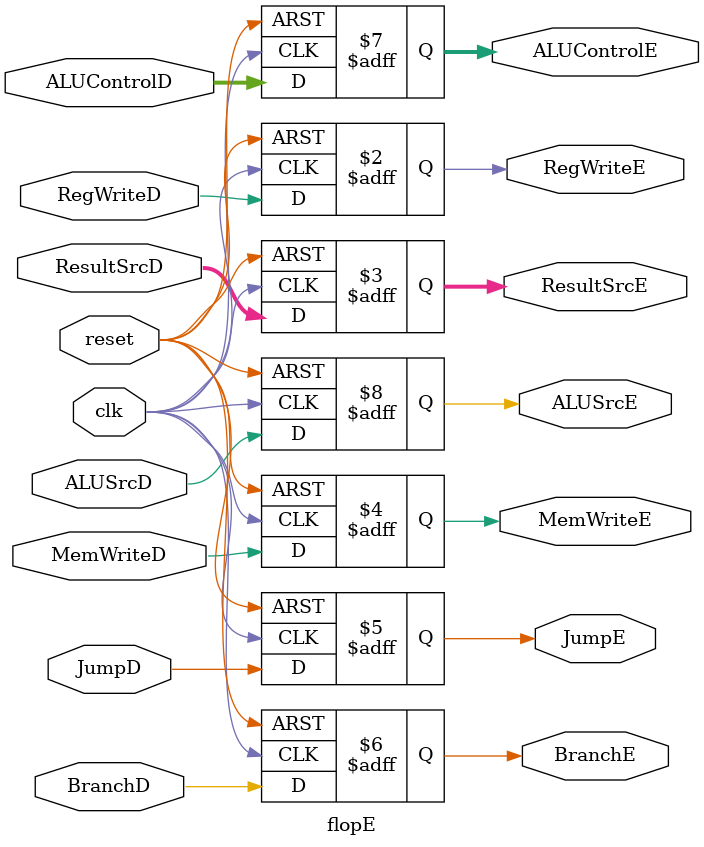
<source format=v>
module flopE (input  clk, reset,
               input  RegWriteD,
               input  [1:0]ResultSrcD,
               input  MemWriteD,
               input  JumpD,
               input  BranchD,
               input   [2:0]ALUControlD,
               input   ALUSrcD,

               output  RegWriteE,
               output  [1:0]ResultSrcE,
               output  MemWriteE,
               output  JumpE,
               output  BranchE,
               output   [2:0]ALUControlE,
               output   ALUSrcE
               );
  always @(posedge clk or posedge reset) 
  begin 
    if (reset) 
    begin 
        RegWriteE <= 0; 
        ResultSrcE <= 2'b00; 
        MemWriteE <= 0; 
        JumpE <= 0; 
        BranchE <= 0; 
        ALUControlE <= 3'b000; 
        ALUSrcE <= 0;
    end 
    else
    begin 
        RegWriteE <= RegWriteD; 
        ResultSrcE <= ResultSrcD; 
        MemWriteE <= MemWriteD; 
        JumpE <= JumpD; 
        BranchE <= BranchD; 
        ALUControlE <= ALUControlD; 
        ALUSrcE <= ALUSrcD;
    end 
  end
endmodule
</source>
